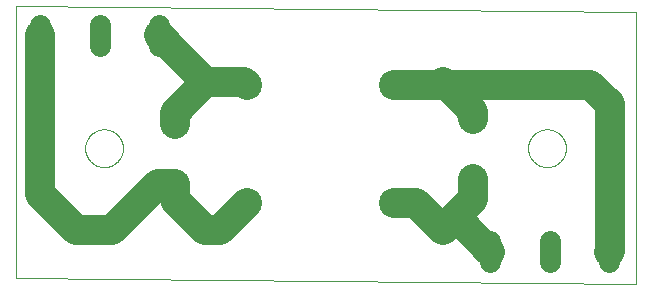
<source format=gtl>
G75*
%MOIN*%
%OFA0B0*%
%FSLAX25Y25*%
%IPPOS*%
%LPD*%
%AMOC8*
5,1,8,0,0,1.08239X$1,22.5*
%
%ADD10C,0.00000*%
%ADD11C,0.10000*%
%ADD12OC8,0.06300*%
%ADD13C,0.07050*%
%ADD14C,0.10000*%
D10*
X0002816Y0009005D02*
X0002816Y0099556D01*
X0209509Y0097556D01*
X0209509Y0007005D01*
X0002816Y0009005D01*
X0026044Y0052280D02*
X0026046Y0052438D01*
X0026052Y0052596D01*
X0026062Y0052754D01*
X0026076Y0052912D01*
X0026094Y0053069D01*
X0026115Y0053226D01*
X0026141Y0053382D01*
X0026171Y0053538D01*
X0026204Y0053693D01*
X0026242Y0053846D01*
X0026283Y0053999D01*
X0026328Y0054151D01*
X0026377Y0054302D01*
X0026430Y0054451D01*
X0026486Y0054599D01*
X0026546Y0054745D01*
X0026610Y0054890D01*
X0026678Y0055033D01*
X0026749Y0055175D01*
X0026823Y0055315D01*
X0026901Y0055452D01*
X0026983Y0055588D01*
X0027067Y0055722D01*
X0027156Y0055853D01*
X0027247Y0055982D01*
X0027342Y0056109D01*
X0027439Y0056234D01*
X0027540Y0056356D01*
X0027644Y0056475D01*
X0027751Y0056592D01*
X0027861Y0056706D01*
X0027974Y0056817D01*
X0028089Y0056926D01*
X0028207Y0057031D01*
X0028328Y0057133D01*
X0028451Y0057233D01*
X0028577Y0057329D01*
X0028705Y0057422D01*
X0028835Y0057512D01*
X0028968Y0057598D01*
X0029103Y0057682D01*
X0029239Y0057761D01*
X0029378Y0057838D01*
X0029519Y0057910D01*
X0029661Y0057980D01*
X0029805Y0058045D01*
X0029951Y0058107D01*
X0030098Y0058165D01*
X0030247Y0058220D01*
X0030397Y0058271D01*
X0030548Y0058318D01*
X0030700Y0058361D01*
X0030853Y0058400D01*
X0031008Y0058436D01*
X0031163Y0058467D01*
X0031319Y0058495D01*
X0031475Y0058519D01*
X0031632Y0058539D01*
X0031790Y0058555D01*
X0031947Y0058567D01*
X0032106Y0058575D01*
X0032264Y0058579D01*
X0032422Y0058579D01*
X0032580Y0058575D01*
X0032739Y0058567D01*
X0032896Y0058555D01*
X0033054Y0058539D01*
X0033211Y0058519D01*
X0033367Y0058495D01*
X0033523Y0058467D01*
X0033678Y0058436D01*
X0033833Y0058400D01*
X0033986Y0058361D01*
X0034138Y0058318D01*
X0034289Y0058271D01*
X0034439Y0058220D01*
X0034588Y0058165D01*
X0034735Y0058107D01*
X0034881Y0058045D01*
X0035025Y0057980D01*
X0035167Y0057910D01*
X0035308Y0057838D01*
X0035447Y0057761D01*
X0035583Y0057682D01*
X0035718Y0057598D01*
X0035851Y0057512D01*
X0035981Y0057422D01*
X0036109Y0057329D01*
X0036235Y0057233D01*
X0036358Y0057133D01*
X0036479Y0057031D01*
X0036597Y0056926D01*
X0036712Y0056817D01*
X0036825Y0056706D01*
X0036935Y0056592D01*
X0037042Y0056475D01*
X0037146Y0056356D01*
X0037247Y0056234D01*
X0037344Y0056109D01*
X0037439Y0055982D01*
X0037530Y0055853D01*
X0037619Y0055722D01*
X0037703Y0055588D01*
X0037785Y0055452D01*
X0037863Y0055315D01*
X0037937Y0055175D01*
X0038008Y0055033D01*
X0038076Y0054890D01*
X0038140Y0054745D01*
X0038200Y0054599D01*
X0038256Y0054451D01*
X0038309Y0054302D01*
X0038358Y0054151D01*
X0038403Y0053999D01*
X0038444Y0053846D01*
X0038482Y0053693D01*
X0038515Y0053538D01*
X0038545Y0053382D01*
X0038571Y0053226D01*
X0038592Y0053069D01*
X0038610Y0052912D01*
X0038624Y0052754D01*
X0038634Y0052596D01*
X0038640Y0052438D01*
X0038642Y0052280D01*
X0038640Y0052122D01*
X0038634Y0051964D01*
X0038624Y0051806D01*
X0038610Y0051648D01*
X0038592Y0051491D01*
X0038571Y0051334D01*
X0038545Y0051178D01*
X0038515Y0051022D01*
X0038482Y0050867D01*
X0038444Y0050714D01*
X0038403Y0050561D01*
X0038358Y0050409D01*
X0038309Y0050258D01*
X0038256Y0050109D01*
X0038200Y0049961D01*
X0038140Y0049815D01*
X0038076Y0049670D01*
X0038008Y0049527D01*
X0037937Y0049385D01*
X0037863Y0049245D01*
X0037785Y0049108D01*
X0037703Y0048972D01*
X0037619Y0048838D01*
X0037530Y0048707D01*
X0037439Y0048578D01*
X0037344Y0048451D01*
X0037247Y0048326D01*
X0037146Y0048204D01*
X0037042Y0048085D01*
X0036935Y0047968D01*
X0036825Y0047854D01*
X0036712Y0047743D01*
X0036597Y0047634D01*
X0036479Y0047529D01*
X0036358Y0047427D01*
X0036235Y0047327D01*
X0036109Y0047231D01*
X0035981Y0047138D01*
X0035851Y0047048D01*
X0035718Y0046962D01*
X0035583Y0046878D01*
X0035447Y0046799D01*
X0035308Y0046722D01*
X0035167Y0046650D01*
X0035025Y0046580D01*
X0034881Y0046515D01*
X0034735Y0046453D01*
X0034588Y0046395D01*
X0034439Y0046340D01*
X0034289Y0046289D01*
X0034138Y0046242D01*
X0033986Y0046199D01*
X0033833Y0046160D01*
X0033678Y0046124D01*
X0033523Y0046093D01*
X0033367Y0046065D01*
X0033211Y0046041D01*
X0033054Y0046021D01*
X0032896Y0046005D01*
X0032739Y0045993D01*
X0032580Y0045985D01*
X0032422Y0045981D01*
X0032264Y0045981D01*
X0032106Y0045985D01*
X0031947Y0045993D01*
X0031790Y0046005D01*
X0031632Y0046021D01*
X0031475Y0046041D01*
X0031319Y0046065D01*
X0031163Y0046093D01*
X0031008Y0046124D01*
X0030853Y0046160D01*
X0030700Y0046199D01*
X0030548Y0046242D01*
X0030397Y0046289D01*
X0030247Y0046340D01*
X0030098Y0046395D01*
X0029951Y0046453D01*
X0029805Y0046515D01*
X0029661Y0046580D01*
X0029519Y0046650D01*
X0029378Y0046722D01*
X0029239Y0046799D01*
X0029103Y0046878D01*
X0028968Y0046962D01*
X0028835Y0047048D01*
X0028705Y0047138D01*
X0028577Y0047231D01*
X0028451Y0047327D01*
X0028328Y0047427D01*
X0028207Y0047529D01*
X0028089Y0047634D01*
X0027974Y0047743D01*
X0027861Y0047854D01*
X0027751Y0047968D01*
X0027644Y0048085D01*
X0027540Y0048204D01*
X0027439Y0048326D01*
X0027342Y0048451D01*
X0027247Y0048578D01*
X0027156Y0048707D01*
X0027067Y0048838D01*
X0026983Y0048972D01*
X0026901Y0049108D01*
X0026823Y0049245D01*
X0026749Y0049385D01*
X0026678Y0049527D01*
X0026610Y0049670D01*
X0026546Y0049815D01*
X0026486Y0049961D01*
X0026430Y0050109D01*
X0026377Y0050258D01*
X0026328Y0050409D01*
X0026283Y0050561D01*
X0026242Y0050714D01*
X0026204Y0050867D01*
X0026171Y0051022D01*
X0026141Y0051178D01*
X0026115Y0051334D01*
X0026094Y0051491D01*
X0026076Y0051648D01*
X0026062Y0051806D01*
X0026052Y0051964D01*
X0026046Y0052122D01*
X0026044Y0052280D01*
X0173682Y0052280D02*
X0173684Y0052438D01*
X0173690Y0052596D01*
X0173700Y0052754D01*
X0173714Y0052912D01*
X0173732Y0053069D01*
X0173753Y0053226D01*
X0173779Y0053382D01*
X0173809Y0053538D01*
X0173842Y0053693D01*
X0173880Y0053846D01*
X0173921Y0053999D01*
X0173966Y0054151D01*
X0174015Y0054302D01*
X0174068Y0054451D01*
X0174124Y0054599D01*
X0174184Y0054745D01*
X0174248Y0054890D01*
X0174316Y0055033D01*
X0174387Y0055175D01*
X0174461Y0055315D01*
X0174539Y0055452D01*
X0174621Y0055588D01*
X0174705Y0055722D01*
X0174794Y0055853D01*
X0174885Y0055982D01*
X0174980Y0056109D01*
X0175077Y0056234D01*
X0175178Y0056356D01*
X0175282Y0056475D01*
X0175389Y0056592D01*
X0175499Y0056706D01*
X0175612Y0056817D01*
X0175727Y0056926D01*
X0175845Y0057031D01*
X0175966Y0057133D01*
X0176089Y0057233D01*
X0176215Y0057329D01*
X0176343Y0057422D01*
X0176473Y0057512D01*
X0176606Y0057598D01*
X0176741Y0057682D01*
X0176877Y0057761D01*
X0177016Y0057838D01*
X0177157Y0057910D01*
X0177299Y0057980D01*
X0177443Y0058045D01*
X0177589Y0058107D01*
X0177736Y0058165D01*
X0177885Y0058220D01*
X0178035Y0058271D01*
X0178186Y0058318D01*
X0178338Y0058361D01*
X0178491Y0058400D01*
X0178646Y0058436D01*
X0178801Y0058467D01*
X0178957Y0058495D01*
X0179113Y0058519D01*
X0179270Y0058539D01*
X0179428Y0058555D01*
X0179585Y0058567D01*
X0179744Y0058575D01*
X0179902Y0058579D01*
X0180060Y0058579D01*
X0180218Y0058575D01*
X0180377Y0058567D01*
X0180534Y0058555D01*
X0180692Y0058539D01*
X0180849Y0058519D01*
X0181005Y0058495D01*
X0181161Y0058467D01*
X0181316Y0058436D01*
X0181471Y0058400D01*
X0181624Y0058361D01*
X0181776Y0058318D01*
X0181927Y0058271D01*
X0182077Y0058220D01*
X0182226Y0058165D01*
X0182373Y0058107D01*
X0182519Y0058045D01*
X0182663Y0057980D01*
X0182805Y0057910D01*
X0182946Y0057838D01*
X0183085Y0057761D01*
X0183221Y0057682D01*
X0183356Y0057598D01*
X0183489Y0057512D01*
X0183619Y0057422D01*
X0183747Y0057329D01*
X0183873Y0057233D01*
X0183996Y0057133D01*
X0184117Y0057031D01*
X0184235Y0056926D01*
X0184350Y0056817D01*
X0184463Y0056706D01*
X0184573Y0056592D01*
X0184680Y0056475D01*
X0184784Y0056356D01*
X0184885Y0056234D01*
X0184982Y0056109D01*
X0185077Y0055982D01*
X0185168Y0055853D01*
X0185257Y0055722D01*
X0185341Y0055588D01*
X0185423Y0055452D01*
X0185501Y0055315D01*
X0185575Y0055175D01*
X0185646Y0055033D01*
X0185714Y0054890D01*
X0185778Y0054745D01*
X0185838Y0054599D01*
X0185894Y0054451D01*
X0185947Y0054302D01*
X0185996Y0054151D01*
X0186041Y0053999D01*
X0186082Y0053846D01*
X0186120Y0053693D01*
X0186153Y0053538D01*
X0186183Y0053382D01*
X0186209Y0053226D01*
X0186230Y0053069D01*
X0186248Y0052912D01*
X0186262Y0052754D01*
X0186272Y0052596D01*
X0186278Y0052438D01*
X0186280Y0052280D01*
X0186278Y0052122D01*
X0186272Y0051964D01*
X0186262Y0051806D01*
X0186248Y0051648D01*
X0186230Y0051491D01*
X0186209Y0051334D01*
X0186183Y0051178D01*
X0186153Y0051022D01*
X0186120Y0050867D01*
X0186082Y0050714D01*
X0186041Y0050561D01*
X0185996Y0050409D01*
X0185947Y0050258D01*
X0185894Y0050109D01*
X0185838Y0049961D01*
X0185778Y0049815D01*
X0185714Y0049670D01*
X0185646Y0049527D01*
X0185575Y0049385D01*
X0185501Y0049245D01*
X0185423Y0049108D01*
X0185341Y0048972D01*
X0185257Y0048838D01*
X0185168Y0048707D01*
X0185077Y0048578D01*
X0184982Y0048451D01*
X0184885Y0048326D01*
X0184784Y0048204D01*
X0184680Y0048085D01*
X0184573Y0047968D01*
X0184463Y0047854D01*
X0184350Y0047743D01*
X0184235Y0047634D01*
X0184117Y0047529D01*
X0183996Y0047427D01*
X0183873Y0047327D01*
X0183747Y0047231D01*
X0183619Y0047138D01*
X0183489Y0047048D01*
X0183356Y0046962D01*
X0183221Y0046878D01*
X0183085Y0046799D01*
X0182946Y0046722D01*
X0182805Y0046650D01*
X0182663Y0046580D01*
X0182519Y0046515D01*
X0182373Y0046453D01*
X0182226Y0046395D01*
X0182077Y0046340D01*
X0181927Y0046289D01*
X0181776Y0046242D01*
X0181624Y0046199D01*
X0181471Y0046160D01*
X0181316Y0046124D01*
X0181161Y0046093D01*
X0181005Y0046065D01*
X0180849Y0046041D01*
X0180692Y0046021D01*
X0180534Y0046005D01*
X0180377Y0045993D01*
X0180218Y0045985D01*
X0180060Y0045981D01*
X0179902Y0045981D01*
X0179744Y0045985D01*
X0179585Y0045993D01*
X0179428Y0046005D01*
X0179270Y0046021D01*
X0179113Y0046041D01*
X0178957Y0046065D01*
X0178801Y0046093D01*
X0178646Y0046124D01*
X0178491Y0046160D01*
X0178338Y0046199D01*
X0178186Y0046242D01*
X0178035Y0046289D01*
X0177885Y0046340D01*
X0177736Y0046395D01*
X0177589Y0046453D01*
X0177443Y0046515D01*
X0177299Y0046580D01*
X0177157Y0046650D01*
X0177016Y0046722D01*
X0176877Y0046799D01*
X0176741Y0046878D01*
X0176606Y0046962D01*
X0176473Y0047048D01*
X0176343Y0047138D01*
X0176215Y0047231D01*
X0176089Y0047327D01*
X0175966Y0047427D01*
X0175845Y0047529D01*
X0175727Y0047634D01*
X0175612Y0047743D01*
X0175499Y0047854D01*
X0175389Y0047968D01*
X0175282Y0048085D01*
X0175178Y0048204D01*
X0175077Y0048326D01*
X0174980Y0048451D01*
X0174885Y0048578D01*
X0174794Y0048707D01*
X0174705Y0048838D01*
X0174621Y0048972D01*
X0174539Y0049108D01*
X0174461Y0049245D01*
X0174387Y0049385D01*
X0174316Y0049527D01*
X0174248Y0049670D01*
X0174184Y0049815D01*
X0174124Y0049961D01*
X0174068Y0050109D01*
X0174015Y0050258D01*
X0173966Y0050409D01*
X0173921Y0050561D01*
X0173880Y0050714D01*
X0173842Y0050867D01*
X0173809Y0051022D01*
X0173779Y0051178D01*
X0173753Y0051334D01*
X0173732Y0051491D01*
X0173714Y0051648D01*
X0173700Y0051806D01*
X0173690Y0051964D01*
X0173684Y0052122D01*
X0173682Y0052280D01*
D11*
X0145257Y0074209D03*
X0129076Y0073304D03*
X0079863Y0073304D03*
X0066123Y0074209D03*
X0079863Y0033934D03*
X0066123Y0024997D03*
X0129076Y0033934D03*
X0145257Y0024997D03*
D12*
X0155178Y0042044D03*
X0155178Y0062044D03*
X0055965Y0060312D03*
X0055965Y0040312D03*
D13*
X0050501Y0086432D02*
X0050501Y0093482D01*
X0030816Y0093482D02*
X0030816Y0086432D01*
X0011131Y0086432D02*
X0011131Y0093482D01*
X0161131Y0021325D02*
X0161131Y0014275D01*
X0180816Y0014275D02*
X0180816Y0021325D01*
X0200501Y0021325D02*
X0200501Y0014275D01*
D14*
X0200501Y0017800D02*
X0200816Y0018115D01*
X0200816Y0066879D01*
X0194391Y0073304D01*
X0144351Y0073304D01*
X0145257Y0074209D01*
X0144351Y0073304D02*
X0129076Y0073304D01*
X0146816Y0072879D02*
X0155178Y0064517D01*
X0155178Y0062044D01*
X0155178Y0042044D02*
X0155178Y0035241D01*
X0146816Y0026879D01*
X0152052Y0026879D01*
X0161131Y0017800D01*
X0146816Y0026879D02*
X0145257Y0025320D01*
X0145257Y0024997D01*
X0136320Y0033934D01*
X0129076Y0033934D01*
X0079863Y0033934D02*
X0070926Y0024997D01*
X0066123Y0024997D01*
X0055965Y0035154D01*
X0055965Y0040312D01*
X0050249Y0040312D01*
X0034816Y0024879D01*
X0022816Y0024879D01*
X0010816Y0036879D01*
X0010816Y0089643D01*
X0011131Y0089957D01*
X0050501Y0089957D02*
X0066123Y0074335D01*
X0066123Y0074209D01*
X0055965Y0064052D01*
X0055965Y0060312D01*
X0066123Y0074209D02*
X0078957Y0074209D01*
X0079863Y0073304D01*
M02*

</source>
